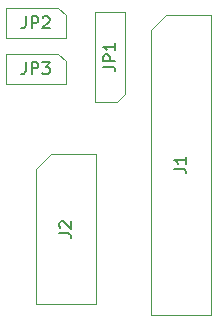
<source format=gbr>
%TF.GenerationSoftware,KiCad,Pcbnew,6.0.5+dfsg-1~bpo11+1*%
%TF.CreationDate,2022-08-16T04:59:05+00:00*%
%TF.ProjectId,olimex_stm32mp1_jtag,6f6c696d-6578-45f7-9374-6d33326d7031,rev?*%
%TF.SameCoordinates,Original*%
%TF.FileFunction,AssemblyDrawing,Top*%
%FSLAX46Y46*%
G04 Gerber Fmt 4.6, Leading zero omitted, Abs format (unit mm)*
G04 Created by KiCad (PCBNEW 6.0.5+dfsg-1~bpo11+1) date 2022-08-16 04:59:05*
%MOMM*%
%LPD*%
G01*
G04 APERTURE LIST*
%ADD10C,0.150000*%
%ADD11C,0.100000*%
G04 APERTURE END LIST*
D10*
%TO.C,JP2*%
X148396666Y-72572380D02*
X148396666Y-73286666D01*
X148349047Y-73429523D01*
X148253809Y-73524761D01*
X148110952Y-73572380D01*
X148015714Y-73572380D01*
X148872857Y-73572380D02*
X148872857Y-72572380D01*
X149253809Y-72572380D01*
X149349047Y-72620000D01*
X149396666Y-72667619D01*
X149444285Y-72762857D01*
X149444285Y-72905714D01*
X149396666Y-73000952D01*
X149349047Y-73048571D01*
X149253809Y-73096190D01*
X148872857Y-73096190D01*
X149825238Y-72667619D02*
X149872857Y-72620000D01*
X149968095Y-72572380D01*
X150206190Y-72572380D01*
X150301428Y-72620000D01*
X150349047Y-72667619D01*
X150396666Y-72762857D01*
X150396666Y-72858095D01*
X150349047Y-73000952D01*
X149777619Y-73572380D01*
X150396666Y-73572380D01*
%TO.C,JP3*%
X148396666Y-76452380D02*
X148396666Y-77166666D01*
X148349047Y-77309523D01*
X148253809Y-77404761D01*
X148110952Y-77452380D01*
X148015714Y-77452380D01*
X148872857Y-77452380D02*
X148872857Y-76452380D01*
X149253809Y-76452380D01*
X149349047Y-76500000D01*
X149396666Y-76547619D01*
X149444285Y-76642857D01*
X149444285Y-76785714D01*
X149396666Y-76880952D01*
X149349047Y-76928571D01*
X149253809Y-76976190D01*
X148872857Y-76976190D01*
X149777619Y-76452380D02*
X150396666Y-76452380D01*
X150063333Y-76833333D01*
X150206190Y-76833333D01*
X150301428Y-76880952D01*
X150349047Y-76928571D01*
X150396666Y-77023809D01*
X150396666Y-77261904D01*
X150349047Y-77357142D01*
X150301428Y-77404761D01*
X150206190Y-77452380D01*
X149920476Y-77452380D01*
X149825238Y-77404761D01*
X149777619Y-77357142D01*
%TO.C,JP1*%
X154952380Y-76833333D02*
X155666666Y-76833333D01*
X155809523Y-76880952D01*
X155904761Y-76976190D01*
X155952380Y-77119047D01*
X155952380Y-77214285D01*
X155952380Y-76357142D02*
X154952380Y-76357142D01*
X154952380Y-75976190D01*
X155000000Y-75880952D01*
X155047619Y-75833333D01*
X155142857Y-75785714D01*
X155285714Y-75785714D01*
X155380952Y-75833333D01*
X155428571Y-75880952D01*
X155476190Y-75976190D01*
X155476190Y-76357142D01*
X155952380Y-74833333D02*
X155952380Y-75404761D01*
X155952380Y-75119047D02*
X154952380Y-75119047D01*
X155095238Y-75214285D01*
X155190476Y-75309523D01*
X155238095Y-75404761D01*
%TO.C,J2*%
X151222380Y-90913333D02*
X151936666Y-90913333D01*
X152079523Y-90960952D01*
X152174761Y-91056190D01*
X152222380Y-91199047D01*
X152222380Y-91294285D01*
X151317619Y-90484761D02*
X151270000Y-90437142D01*
X151222380Y-90341904D01*
X151222380Y-90103809D01*
X151270000Y-90008571D01*
X151317619Y-89960952D01*
X151412857Y-89913333D01*
X151508095Y-89913333D01*
X151650952Y-89960952D01*
X152222380Y-90532380D01*
X152222380Y-89913333D01*
%TO.C,J1*%
X160947380Y-85458333D02*
X161661666Y-85458333D01*
X161804523Y-85505952D01*
X161899761Y-85601190D01*
X161947380Y-85744047D01*
X161947380Y-85839285D01*
X161947380Y-84458333D02*
X161947380Y-85029761D01*
X161947380Y-84744047D02*
X160947380Y-84744047D01*
X161090238Y-84839285D01*
X161185476Y-84934523D01*
X161233095Y-85029761D01*
D11*
%TO.C,JP2*%
X146690000Y-74390000D02*
X146690000Y-71850000D01*
X151135000Y-71850000D02*
X151770000Y-72485000D01*
X151770000Y-72485000D02*
X151770000Y-74390000D01*
X151770000Y-74390000D02*
X146690000Y-74390000D01*
X146690000Y-71850000D02*
X151135000Y-71850000D01*
%TO.C,JP3*%
X151135000Y-75730000D02*
X151770000Y-76365000D01*
X151770000Y-78270000D02*
X146690000Y-78270000D01*
X151770000Y-76365000D02*
X151770000Y-78270000D01*
X146690000Y-78270000D02*
X146690000Y-75730000D01*
X146690000Y-75730000D02*
X151135000Y-75730000D01*
%TO.C,JP1*%
X154230000Y-72190000D02*
X156770000Y-72190000D01*
X154230000Y-79810000D02*
X154230000Y-72190000D01*
X156135000Y-79810000D02*
X154230000Y-79810000D01*
X156770000Y-79175000D02*
X156135000Y-79810000D01*
X156770000Y-72190000D02*
X156770000Y-79175000D01*
%TO.C,J2*%
X149230000Y-96930000D02*
X149230000Y-85500000D01*
X154310000Y-84230000D02*
X154310000Y-96930000D01*
X149230000Y-85500000D02*
X150500000Y-84230000D01*
X150500000Y-84230000D02*
X154310000Y-84230000D01*
X154310000Y-96930000D02*
X149230000Y-96930000D01*
%TO.C,J1*%
X158955000Y-97825000D02*
X158955000Y-73695000D01*
X164035000Y-72425000D02*
X164035000Y-97825000D01*
X158955000Y-73695000D02*
X160225000Y-72425000D01*
X160225000Y-72425000D02*
X164035000Y-72425000D01*
X164035000Y-97825000D02*
X158955000Y-97825000D01*
%TD*%
M02*

</source>
